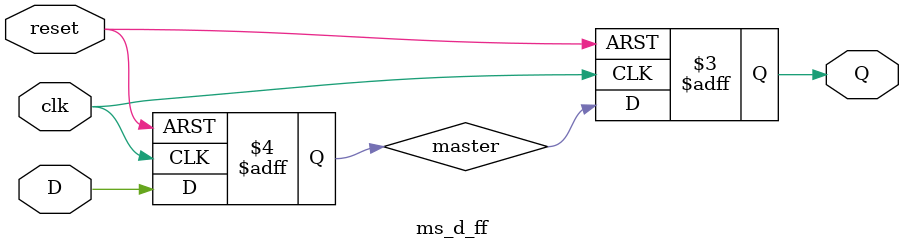
<source format=v>
module ms_d_ff (
  input wire D, clk, reset,
  output reg Q
);
  reg master;   

  always @(posedge clk or posedge reset) begin
    if (reset)
      master <= 1'b0;      
    else
      master <= D;         
  end

  always @(negedge clk or posedge reset) begin
    if (reset)
      Q <= 1'b0;           
    else
      Q <= master;          
  end
endmodule

</source>
